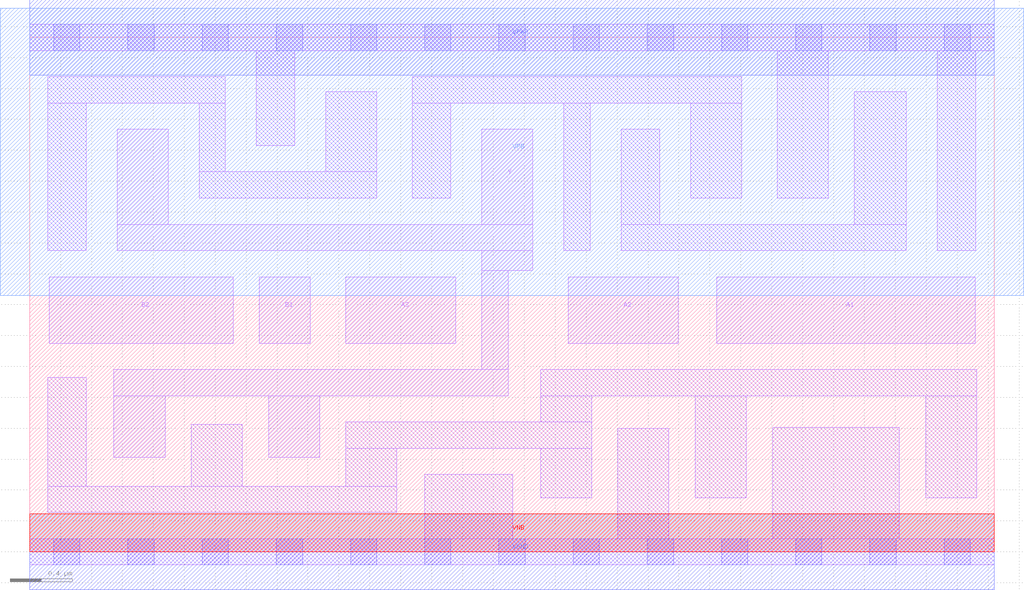
<source format=lef>
# Copyright 2020 The SkyWater PDK Authors
#
# Licensed under the Apache License, Version 2.0 (the "License");
# you may not use this file except in compliance with the License.
# You may obtain a copy of the License at
#
#     https://www.apache.org/licenses/LICENSE-2.0
#
# Unless required by applicable law or agreed to in writing, software
# distributed under the License is distributed on an "AS IS" BASIS,
# WITHOUT WARRANTIES OR CONDITIONS OF ANY KIND, either express or implied.
# See the License for the specific language governing permissions and
# limitations under the License.
#
# SPDX-License-Identifier: Apache-2.0

VERSION 5.7 ;
  NOWIREEXTENSIONATPIN ON ;
  DIVIDERCHAR "/" ;
  BUSBITCHARS "[]" ;
MACRO sky130_fd_sc_hs__o32ai_2
  CLASS CORE ;
  FOREIGN sky130_fd_sc_hs__o32ai_2 ;
  ORIGIN  0.000000  0.000000 ;
  SIZE  6.240000 BY  3.330000 ;
  SYMMETRY X Y ;
  SITE unit ;
  PIN A1
    ANTENNAGATEAREA  0.558000 ;
    DIRECTION INPUT ;
    USE SIGNAL ;
    PORT
      LAYER li1 ;
        RECT 4.445000 1.350000 6.115000 1.780000 ;
    END
  END A1
  PIN A2
    ANTENNAGATEAREA  0.558000 ;
    DIRECTION INPUT ;
    USE SIGNAL ;
    PORT
      LAYER li1 ;
        RECT 3.485000 1.350000 4.195000 1.780000 ;
    END
  END A2
  PIN A3
    ANTENNAGATEAREA  0.558000 ;
    DIRECTION INPUT ;
    USE SIGNAL ;
    PORT
      LAYER li1 ;
        RECT 2.045000 1.350000 2.755000 1.780000 ;
    END
  END A3
  PIN B1
    ANTENNAGATEAREA  0.558000 ;
    DIRECTION INPUT ;
    USE SIGNAL ;
    PORT
      LAYER li1 ;
        RECT 1.485000 1.350000 1.815000 1.780000 ;
    END
  END B1
  PIN B2
    ANTENNAGATEAREA  0.558000 ;
    DIRECTION INPUT ;
    USE SIGNAL ;
    PORT
      LAYER li1 ;
        RECT 0.125000 1.350000 1.315000 1.780000 ;
    END
  END B2
  PIN Y
    ANTENNADIFFAREA  1.138200 ;
    DIRECTION OUTPUT ;
    USE SIGNAL ;
    PORT
      LAYER li1 ;
        RECT 0.545000 0.610000 0.875000 1.010000 ;
        RECT 0.545000 1.010000 3.095000 1.180000 ;
        RECT 0.565000 1.950000 3.255000 2.120000 ;
        RECT 0.565000 2.120000 0.895000 2.735000 ;
        RECT 1.545000 0.610000 1.875000 1.010000 ;
        RECT 2.925000 1.180000 3.095000 1.820000 ;
        RECT 2.925000 1.820000 3.255000 1.950000 ;
        RECT 2.925000 2.120000 3.255000 2.735000 ;
    END
  END Y
  PIN VGND
    DIRECTION INOUT ;
    USE GROUND ;
    PORT
      LAYER met1 ;
        RECT 0.000000 -0.245000 6.240000 0.245000 ;
    END
  END VGND
  PIN VNB
    DIRECTION INOUT ;
    USE GROUND ;
    PORT
      LAYER pwell ;
        RECT 0.000000 0.000000 6.240000 0.245000 ;
    END
  END VNB
  PIN VPB
    DIRECTION INOUT ;
    USE POWER ;
    PORT
      LAYER nwell ;
        RECT -0.190000 1.660000 6.430000 3.520000 ;
    END
  END VPB
  PIN VPWR
    DIRECTION INOUT ;
    USE POWER ;
    PORT
      LAYER met1 ;
        RECT 0.000000 3.085000 6.240000 3.575000 ;
    END
  END VPWR
  OBS
    LAYER li1 ;
      RECT 0.000000 -0.085000 6.240000 0.085000 ;
      RECT 0.000000  3.245000 6.240000 3.415000 ;
      RECT 0.115000  0.255000 2.375000 0.425000 ;
      RECT 0.115000  0.425000 0.365000 1.130000 ;
      RECT 0.115000  1.950000 0.365000 2.905000 ;
      RECT 0.115000  2.905000 1.265000 3.075000 ;
      RECT 1.045000  0.425000 1.375000 0.825000 ;
      RECT 1.095000  2.290000 2.245000 2.460000 ;
      RECT 1.095000  2.460000 1.265000 2.905000 ;
      RECT 1.465000  2.630000 1.715000 3.245000 ;
      RECT 1.915000  2.460000 2.245000 2.980000 ;
      RECT 2.045000  0.425000 2.375000 0.670000 ;
      RECT 2.045000  0.670000 3.635000 0.840000 ;
      RECT 2.475000  2.290000 2.725000 2.905000 ;
      RECT 2.475000  2.905000 4.605000 3.075000 ;
      RECT 2.555000  0.085000 3.125000 0.500000 ;
      RECT 3.305000  0.350000 3.635000 0.670000 ;
      RECT 3.305000  0.840000 3.635000 1.010000 ;
      RECT 3.305000  1.010000 6.125000 1.180000 ;
      RECT 3.455000  1.950000 3.625000 2.905000 ;
      RECT 3.805000  0.085000 4.135000 0.800000 ;
      RECT 3.825000  1.950000 5.670000 2.120000 ;
      RECT 3.825000  2.120000 4.075000 2.735000 ;
      RECT 4.275000  2.290000 4.605000 2.905000 ;
      RECT 4.305000  0.350000 4.635000 1.010000 ;
      RECT 4.805000  0.085000 5.625000 0.805000 ;
      RECT 4.835000  2.290000 5.165000 3.245000 ;
      RECT 5.335000  2.120000 5.670000 2.980000 ;
      RECT 5.795000  0.350000 6.125000 1.010000 ;
      RECT 5.870000  1.950000 6.120000 3.245000 ;
    LAYER mcon ;
      RECT 0.155000 -0.085000 0.325000 0.085000 ;
      RECT 0.155000  3.245000 0.325000 3.415000 ;
      RECT 0.635000 -0.085000 0.805000 0.085000 ;
      RECT 0.635000  3.245000 0.805000 3.415000 ;
      RECT 1.115000 -0.085000 1.285000 0.085000 ;
      RECT 1.115000  3.245000 1.285000 3.415000 ;
      RECT 1.595000 -0.085000 1.765000 0.085000 ;
      RECT 1.595000  3.245000 1.765000 3.415000 ;
      RECT 2.075000 -0.085000 2.245000 0.085000 ;
      RECT 2.075000  3.245000 2.245000 3.415000 ;
      RECT 2.555000 -0.085000 2.725000 0.085000 ;
      RECT 2.555000  3.245000 2.725000 3.415000 ;
      RECT 3.035000 -0.085000 3.205000 0.085000 ;
      RECT 3.035000  3.245000 3.205000 3.415000 ;
      RECT 3.515000 -0.085000 3.685000 0.085000 ;
      RECT 3.515000  3.245000 3.685000 3.415000 ;
      RECT 3.995000 -0.085000 4.165000 0.085000 ;
      RECT 3.995000  3.245000 4.165000 3.415000 ;
      RECT 4.475000 -0.085000 4.645000 0.085000 ;
      RECT 4.475000  3.245000 4.645000 3.415000 ;
      RECT 4.955000 -0.085000 5.125000 0.085000 ;
      RECT 4.955000  3.245000 5.125000 3.415000 ;
      RECT 5.435000 -0.085000 5.605000 0.085000 ;
      RECT 5.435000  3.245000 5.605000 3.415000 ;
      RECT 5.915000 -0.085000 6.085000 0.085000 ;
      RECT 5.915000  3.245000 6.085000 3.415000 ;
  END
END sky130_fd_sc_hs__o32ai_2
END LIBRARY

</source>
